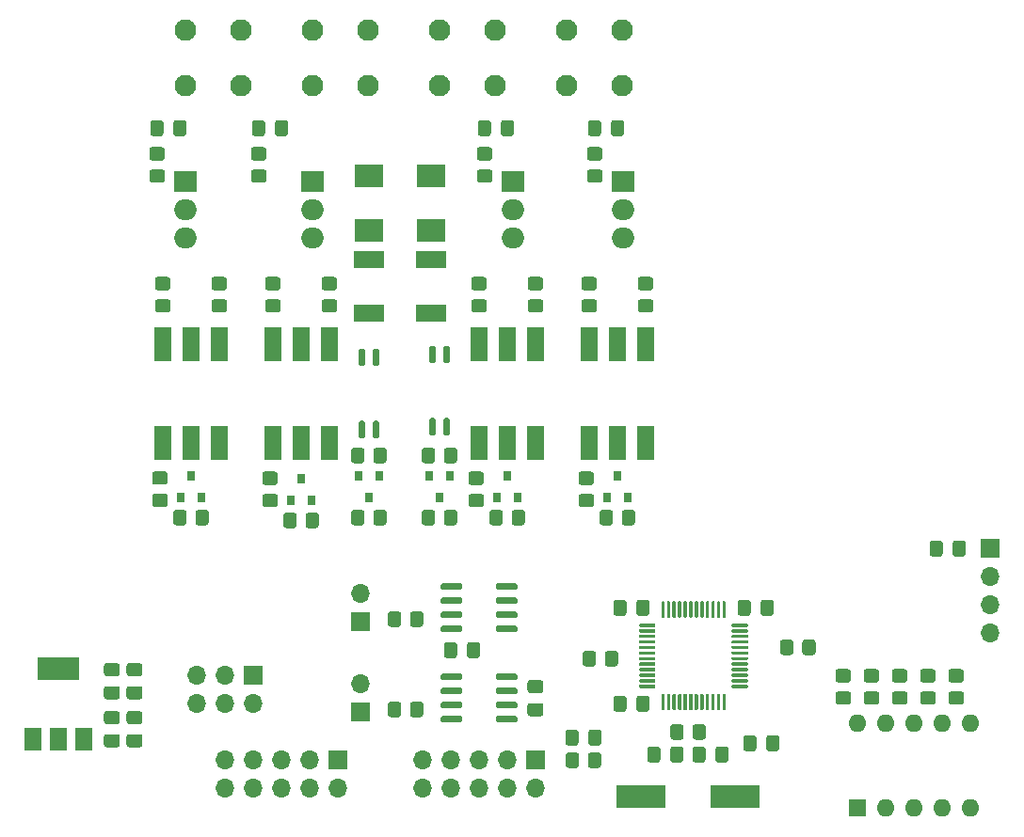
<source format=gbr>
%TF.GenerationSoftware,KiCad,Pcbnew,5.1.10-88a1d61d58~90~ubuntu20.04.1*%
%TF.CreationDate,2021-10-13T16:19:26+02:00*%
%TF.ProjectId,XT_V1,58545f56-312e-46b6-9963-61645f706362,rev?*%
%TF.SameCoordinates,Original*%
%TF.FileFunction,Soldermask,Top*%
%TF.FilePolarity,Negative*%
%FSLAX46Y46*%
G04 Gerber Fmt 4.6, Leading zero omitted, Abs format (unit mm)*
G04 Created by KiCad (PCBNEW 5.1.10-88a1d61d58~90~ubuntu20.04.1) date 2021-10-13 16:19:26*
%MOMM*%
%LPD*%
G01*
G04 APERTURE LIST*
%ADD10R,2.600000X2.100000*%
%ADD11R,1.600000X3.100000*%
%ADD12O,2.000000X1.905000*%
%ADD13R,2.000000X1.905000*%
%ADD14R,0.800000X0.900000*%
%ADD15R,2.700000X1.500000*%
%ADD16C,1.950000*%
%ADD17R,4.500000X2.000000*%
%ADD18R,1.500000X2.000000*%
%ADD19R,3.800000X2.000000*%
%ADD20O,1.600000X1.600000*%
%ADD21R,1.600000X1.600000*%
%ADD22O,1.700000X1.700000*%
%ADD23R,1.700000X1.700000*%
G04 APERTURE END LIST*
D10*
%TO.C,R34*%
X137414000Y-81608000D03*
X137414000Y-76708000D03*
%TD*%
%TO.C,R33*%
X131826000Y-81608000D03*
X131826000Y-76708000D03*
%TD*%
D11*
%TO.C,U10*%
X151638000Y-91821000D03*
X156718000Y-100711000D03*
X154178000Y-91821000D03*
X154178000Y-100711000D03*
X156718000Y-91821000D03*
X151638000Y-100711000D03*
%TD*%
%TO.C,U9*%
X141732000Y-91821000D03*
X146812000Y-100711000D03*
X144272000Y-91821000D03*
X144272000Y-100711000D03*
X146812000Y-91821000D03*
X141732000Y-100711000D03*
%TD*%
%TO.C,U8*%
G36*
G01*
X138673500Y-98462000D02*
X138948500Y-98462000D01*
G75*
G02*
X139086000Y-98599500I0J-137500D01*
G01*
X139086000Y-99924500D01*
G75*
G02*
X138948500Y-100062000I-137500J0D01*
G01*
X138673500Y-100062000D01*
G75*
G02*
X138536000Y-99924500I0J137500D01*
G01*
X138536000Y-98599500D01*
G75*
G02*
X138673500Y-98462000I137500J0D01*
G01*
G37*
G36*
G01*
X137403500Y-98462000D02*
X137678500Y-98462000D01*
G75*
G02*
X137816000Y-98599500I0J-137500D01*
G01*
X137816000Y-99924500D01*
G75*
G02*
X137678500Y-100062000I-137500J0D01*
G01*
X137403500Y-100062000D01*
G75*
G02*
X137266000Y-99924500I0J137500D01*
G01*
X137266000Y-98599500D01*
G75*
G02*
X137403500Y-98462000I137500J0D01*
G01*
G37*
G36*
G01*
X137403500Y-91962000D02*
X137678500Y-91962000D01*
G75*
G02*
X137816000Y-92099500I0J-137500D01*
G01*
X137816000Y-93424500D01*
G75*
G02*
X137678500Y-93562000I-137500J0D01*
G01*
X137403500Y-93562000D01*
G75*
G02*
X137266000Y-93424500I0J137500D01*
G01*
X137266000Y-92099500D01*
G75*
G02*
X137403500Y-91962000I137500J0D01*
G01*
G37*
G36*
G01*
X138673500Y-91962000D02*
X138948500Y-91962000D01*
G75*
G02*
X139086000Y-92099500I0J-137500D01*
G01*
X139086000Y-93424500D01*
G75*
G02*
X138948500Y-93562000I-137500J0D01*
G01*
X138673500Y-93562000D01*
G75*
G02*
X138536000Y-93424500I0J137500D01*
G01*
X138536000Y-92099500D01*
G75*
G02*
X138673500Y-91962000I137500J0D01*
G01*
G37*
%TD*%
%TO.C,U7*%
X123190000Y-91821000D03*
X128270000Y-100711000D03*
X125730000Y-91821000D03*
X125730000Y-100711000D03*
X128270000Y-91821000D03*
X123190000Y-100711000D03*
%TD*%
%TO.C,U6*%
G36*
G01*
X132323500Y-98716000D02*
X132598500Y-98716000D01*
G75*
G02*
X132736000Y-98853500I0J-137500D01*
G01*
X132736000Y-100178500D01*
G75*
G02*
X132598500Y-100316000I-137500J0D01*
G01*
X132323500Y-100316000D01*
G75*
G02*
X132186000Y-100178500I0J137500D01*
G01*
X132186000Y-98853500D01*
G75*
G02*
X132323500Y-98716000I137500J0D01*
G01*
G37*
G36*
G01*
X131053500Y-98716000D02*
X131328500Y-98716000D01*
G75*
G02*
X131466000Y-98853500I0J-137500D01*
G01*
X131466000Y-100178500D01*
G75*
G02*
X131328500Y-100316000I-137500J0D01*
G01*
X131053500Y-100316000D01*
G75*
G02*
X130916000Y-100178500I0J137500D01*
G01*
X130916000Y-98853500D01*
G75*
G02*
X131053500Y-98716000I137500J0D01*
G01*
G37*
G36*
G01*
X131053500Y-92216000D02*
X131328500Y-92216000D01*
G75*
G02*
X131466000Y-92353500I0J-137500D01*
G01*
X131466000Y-93678500D01*
G75*
G02*
X131328500Y-93816000I-137500J0D01*
G01*
X131053500Y-93816000D01*
G75*
G02*
X130916000Y-93678500I0J137500D01*
G01*
X130916000Y-92353500D01*
G75*
G02*
X131053500Y-92216000I137500J0D01*
G01*
G37*
G36*
G01*
X132323500Y-92216000D02*
X132598500Y-92216000D01*
G75*
G02*
X132736000Y-92353500I0J-137500D01*
G01*
X132736000Y-93678500D01*
G75*
G02*
X132598500Y-93816000I-137500J0D01*
G01*
X132323500Y-93816000D01*
G75*
G02*
X132186000Y-93678500I0J137500D01*
G01*
X132186000Y-92353500D01*
G75*
G02*
X132323500Y-92216000I137500J0D01*
G01*
G37*
%TD*%
%TO.C,U5*%
X113284000Y-91821000D03*
X118364000Y-100711000D03*
X115824000Y-91821000D03*
X115824000Y-100711000D03*
X118364000Y-91821000D03*
X113284000Y-100711000D03*
%TD*%
%TO.C,R37*%
G36*
G01*
X152596001Y-75292000D02*
X151695999Y-75292000D01*
G75*
G02*
X151446000Y-75042001I0J249999D01*
G01*
X151446000Y-74341999D01*
G75*
G02*
X151695999Y-74092000I249999J0D01*
G01*
X152596001Y-74092000D01*
G75*
G02*
X152846000Y-74341999I0J-249999D01*
G01*
X152846000Y-75042001D01*
G75*
G02*
X152596001Y-75292000I-249999J0D01*
G01*
G37*
G36*
G01*
X152596001Y-77292000D02*
X151695999Y-77292000D01*
G75*
G02*
X151446000Y-77042001I0J249999D01*
G01*
X151446000Y-76341999D01*
G75*
G02*
X151695999Y-76092000I249999J0D01*
G01*
X152596001Y-76092000D01*
G75*
G02*
X152846000Y-76341999I0J-249999D01*
G01*
X152846000Y-77042001D01*
G75*
G02*
X152596001Y-77292000I-249999J0D01*
G01*
G37*
%TD*%
%TO.C,R36*%
G36*
G01*
X142690001Y-75292000D02*
X141789999Y-75292000D01*
G75*
G02*
X141540000Y-75042001I0J249999D01*
G01*
X141540000Y-74341999D01*
G75*
G02*
X141789999Y-74092000I249999J0D01*
G01*
X142690001Y-74092000D01*
G75*
G02*
X142940000Y-74341999I0J-249999D01*
G01*
X142940000Y-75042001D01*
G75*
G02*
X142690001Y-75292000I-249999J0D01*
G01*
G37*
G36*
G01*
X142690001Y-77292000D02*
X141789999Y-77292000D01*
G75*
G02*
X141540000Y-77042001I0J249999D01*
G01*
X141540000Y-76341999D01*
G75*
G02*
X141789999Y-76092000I249999J0D01*
G01*
X142690001Y-76092000D01*
G75*
G02*
X142940000Y-76341999I0J-249999D01*
G01*
X142940000Y-77042001D01*
G75*
G02*
X142690001Y-77292000I-249999J0D01*
G01*
G37*
%TD*%
%TO.C,R35*%
G36*
G01*
X122370001Y-75292000D02*
X121469999Y-75292000D01*
G75*
G02*
X121220000Y-75042001I0J249999D01*
G01*
X121220000Y-74341999D01*
G75*
G02*
X121469999Y-74092000I249999J0D01*
G01*
X122370001Y-74092000D01*
G75*
G02*
X122620000Y-74341999I0J-249999D01*
G01*
X122620000Y-75042001D01*
G75*
G02*
X122370001Y-75292000I-249999J0D01*
G01*
G37*
G36*
G01*
X122370001Y-77292000D02*
X121469999Y-77292000D01*
G75*
G02*
X121220000Y-77042001I0J249999D01*
G01*
X121220000Y-76341999D01*
G75*
G02*
X121469999Y-76092000I249999J0D01*
G01*
X122370001Y-76092000D01*
G75*
G02*
X122620000Y-76341999I0J-249999D01*
G01*
X122620000Y-77042001D01*
G75*
G02*
X122370001Y-77292000I-249999J0D01*
G01*
G37*
%TD*%
%TO.C,R32*%
G36*
G01*
X156267999Y-87776000D02*
X157168001Y-87776000D01*
G75*
G02*
X157418000Y-88025999I0J-249999D01*
G01*
X157418000Y-88726001D01*
G75*
G02*
X157168001Y-88976000I-249999J0D01*
G01*
X156267999Y-88976000D01*
G75*
G02*
X156018000Y-88726001I0J249999D01*
G01*
X156018000Y-88025999D01*
G75*
G02*
X156267999Y-87776000I249999J0D01*
G01*
G37*
G36*
G01*
X156267999Y-85776000D02*
X157168001Y-85776000D01*
G75*
G02*
X157418000Y-86025999I0J-249999D01*
G01*
X157418000Y-86726001D01*
G75*
G02*
X157168001Y-86976000I-249999J0D01*
G01*
X156267999Y-86976000D01*
G75*
G02*
X156018000Y-86726001I0J249999D01*
G01*
X156018000Y-86025999D01*
G75*
G02*
X156267999Y-85776000I249999J0D01*
G01*
G37*
%TD*%
%TO.C,R31*%
G36*
G01*
X146361999Y-87776000D02*
X147262001Y-87776000D01*
G75*
G02*
X147512000Y-88025999I0J-249999D01*
G01*
X147512000Y-88726001D01*
G75*
G02*
X147262001Y-88976000I-249999J0D01*
G01*
X146361999Y-88976000D01*
G75*
G02*
X146112000Y-88726001I0J249999D01*
G01*
X146112000Y-88025999D01*
G75*
G02*
X146361999Y-87776000I249999J0D01*
G01*
G37*
G36*
G01*
X146361999Y-85776000D02*
X147262001Y-85776000D01*
G75*
G02*
X147512000Y-86025999I0J-249999D01*
G01*
X147512000Y-86726001D01*
G75*
G02*
X147262001Y-86976000I-249999J0D01*
G01*
X146361999Y-86976000D01*
G75*
G02*
X146112000Y-86726001I0J249999D01*
G01*
X146112000Y-86025999D01*
G75*
G02*
X146361999Y-85776000I249999J0D01*
G01*
G37*
%TD*%
%TO.C,R30*%
G36*
G01*
X127819999Y-87776000D02*
X128720001Y-87776000D01*
G75*
G02*
X128970000Y-88025999I0J-249999D01*
G01*
X128970000Y-88726001D01*
G75*
G02*
X128720001Y-88976000I-249999J0D01*
G01*
X127819999Y-88976000D01*
G75*
G02*
X127570000Y-88726001I0J249999D01*
G01*
X127570000Y-88025999D01*
G75*
G02*
X127819999Y-87776000I249999J0D01*
G01*
G37*
G36*
G01*
X127819999Y-85776000D02*
X128720001Y-85776000D01*
G75*
G02*
X128970000Y-86025999I0J-249999D01*
G01*
X128970000Y-86726001D01*
G75*
G02*
X128720001Y-86976000I-249999J0D01*
G01*
X127819999Y-86976000D01*
G75*
G02*
X127570000Y-86726001I0J249999D01*
G01*
X127570000Y-86025999D01*
G75*
G02*
X127819999Y-85776000I249999J0D01*
G01*
G37*
%TD*%
%TO.C,R29*%
G36*
G01*
X113226001Y-75292000D02*
X112325999Y-75292000D01*
G75*
G02*
X112076000Y-75042001I0J249999D01*
G01*
X112076000Y-74341999D01*
G75*
G02*
X112325999Y-74092000I249999J0D01*
G01*
X113226001Y-74092000D01*
G75*
G02*
X113476000Y-74341999I0J-249999D01*
G01*
X113476000Y-75042001D01*
G75*
G02*
X113226001Y-75292000I-249999J0D01*
G01*
G37*
G36*
G01*
X113226001Y-77292000D02*
X112325999Y-77292000D01*
G75*
G02*
X112076000Y-77042001I0J249999D01*
G01*
X112076000Y-76341999D01*
G75*
G02*
X112325999Y-76092000I249999J0D01*
G01*
X113226001Y-76092000D01*
G75*
G02*
X113476000Y-76341999I0J-249999D01*
G01*
X113476000Y-77042001D01*
G75*
G02*
X113226001Y-77292000I-249999J0D01*
G01*
G37*
%TD*%
%TO.C,R28*%
G36*
G01*
X151187999Y-87776000D02*
X152088001Y-87776000D01*
G75*
G02*
X152338000Y-88025999I0J-249999D01*
G01*
X152338000Y-88726001D01*
G75*
G02*
X152088001Y-88976000I-249999J0D01*
G01*
X151187999Y-88976000D01*
G75*
G02*
X150938000Y-88726001I0J249999D01*
G01*
X150938000Y-88025999D01*
G75*
G02*
X151187999Y-87776000I249999J0D01*
G01*
G37*
G36*
G01*
X151187999Y-85776000D02*
X152088001Y-85776000D01*
G75*
G02*
X152338000Y-86025999I0J-249999D01*
G01*
X152338000Y-86726001D01*
G75*
G02*
X152088001Y-86976000I-249999J0D01*
G01*
X151187999Y-86976000D01*
G75*
G02*
X150938000Y-86726001I0J249999D01*
G01*
X150938000Y-86025999D01*
G75*
G02*
X151187999Y-85776000I249999J0D01*
G01*
G37*
%TD*%
%TO.C,R27*%
G36*
G01*
X141281999Y-87776000D02*
X142182001Y-87776000D01*
G75*
G02*
X142432000Y-88025999I0J-249999D01*
G01*
X142432000Y-88726001D01*
G75*
G02*
X142182001Y-88976000I-249999J0D01*
G01*
X141281999Y-88976000D01*
G75*
G02*
X141032000Y-88726001I0J249999D01*
G01*
X141032000Y-88025999D01*
G75*
G02*
X141281999Y-87776000I249999J0D01*
G01*
G37*
G36*
G01*
X141281999Y-85776000D02*
X142182001Y-85776000D01*
G75*
G02*
X142432000Y-86025999I0J-249999D01*
G01*
X142432000Y-86726001D01*
G75*
G02*
X142182001Y-86976000I-249999J0D01*
G01*
X141281999Y-86976000D01*
G75*
G02*
X141032000Y-86726001I0J249999D01*
G01*
X141032000Y-86025999D01*
G75*
G02*
X141281999Y-85776000I249999J0D01*
G01*
G37*
%TD*%
%TO.C,R26*%
G36*
G01*
X122739999Y-87776000D02*
X123640001Y-87776000D01*
G75*
G02*
X123890000Y-88025999I0J-249999D01*
G01*
X123890000Y-88726001D01*
G75*
G02*
X123640001Y-88976000I-249999J0D01*
G01*
X122739999Y-88976000D01*
G75*
G02*
X122490000Y-88726001I0J249999D01*
G01*
X122490000Y-88025999D01*
G75*
G02*
X122739999Y-87776000I249999J0D01*
G01*
G37*
G36*
G01*
X122739999Y-85776000D02*
X123640001Y-85776000D01*
G75*
G02*
X123890000Y-86025999I0J-249999D01*
G01*
X123890000Y-86726001D01*
G75*
G02*
X123640001Y-86976000I-249999J0D01*
G01*
X122739999Y-86976000D01*
G75*
G02*
X122490000Y-86726001I0J249999D01*
G01*
X122490000Y-86025999D01*
G75*
G02*
X122739999Y-85776000I249999J0D01*
G01*
G37*
%TD*%
%TO.C,R25*%
G36*
G01*
X117913999Y-87776000D02*
X118814001Y-87776000D01*
G75*
G02*
X119064000Y-88025999I0J-249999D01*
G01*
X119064000Y-88726001D01*
G75*
G02*
X118814001Y-88976000I-249999J0D01*
G01*
X117913999Y-88976000D01*
G75*
G02*
X117664000Y-88726001I0J249999D01*
G01*
X117664000Y-88025999D01*
G75*
G02*
X117913999Y-87776000I249999J0D01*
G01*
G37*
G36*
G01*
X117913999Y-85776000D02*
X118814001Y-85776000D01*
G75*
G02*
X119064000Y-86025999I0J-249999D01*
G01*
X119064000Y-86726001D01*
G75*
G02*
X118814001Y-86976000I-249999J0D01*
G01*
X117913999Y-86976000D01*
G75*
G02*
X117664000Y-86726001I0J249999D01*
G01*
X117664000Y-86025999D01*
G75*
G02*
X117913999Y-85776000I249999J0D01*
G01*
G37*
%TD*%
%TO.C,R24*%
G36*
G01*
X138576000Y-102304001D02*
X138576000Y-101403999D01*
G75*
G02*
X138825999Y-101154000I249999J0D01*
G01*
X139526001Y-101154000D01*
G75*
G02*
X139776000Y-101403999I0J-249999D01*
G01*
X139776000Y-102304001D01*
G75*
G02*
X139526001Y-102554000I-249999J0D01*
G01*
X138825999Y-102554000D01*
G75*
G02*
X138576000Y-102304001I0J249999D01*
G01*
G37*
G36*
G01*
X136576000Y-102304001D02*
X136576000Y-101403999D01*
G75*
G02*
X136825999Y-101154000I249999J0D01*
G01*
X137526001Y-101154000D01*
G75*
G02*
X137776000Y-101403999I0J-249999D01*
G01*
X137776000Y-102304001D01*
G75*
G02*
X137526001Y-102554000I-249999J0D01*
G01*
X136825999Y-102554000D01*
G75*
G02*
X136576000Y-102304001I0J249999D01*
G01*
G37*
%TD*%
%TO.C,R23*%
G36*
G01*
X132226000Y-102304001D02*
X132226000Y-101403999D01*
G75*
G02*
X132475999Y-101154000I249999J0D01*
G01*
X133176001Y-101154000D01*
G75*
G02*
X133426000Y-101403999I0J-249999D01*
G01*
X133426000Y-102304001D01*
G75*
G02*
X133176001Y-102554000I-249999J0D01*
G01*
X132475999Y-102554000D01*
G75*
G02*
X132226000Y-102304001I0J249999D01*
G01*
G37*
G36*
G01*
X130226000Y-102304001D02*
X130226000Y-101403999D01*
G75*
G02*
X130475999Y-101154000I249999J0D01*
G01*
X131176001Y-101154000D01*
G75*
G02*
X131426000Y-101403999I0J-249999D01*
G01*
X131426000Y-102304001D01*
G75*
G02*
X131176001Y-102554000I-249999J0D01*
G01*
X130475999Y-102554000D01*
G75*
G02*
X130226000Y-102304001I0J249999D01*
G01*
G37*
%TD*%
%TO.C,R22*%
G36*
G01*
X150933999Y-105302000D02*
X151834001Y-105302000D01*
G75*
G02*
X152084000Y-105551999I0J-249999D01*
G01*
X152084000Y-106252001D01*
G75*
G02*
X151834001Y-106502000I-249999J0D01*
G01*
X150933999Y-106502000D01*
G75*
G02*
X150684000Y-106252001I0J249999D01*
G01*
X150684000Y-105551999D01*
G75*
G02*
X150933999Y-105302000I249999J0D01*
G01*
G37*
G36*
G01*
X150933999Y-103302000D02*
X151834001Y-103302000D01*
G75*
G02*
X152084000Y-103551999I0J-249999D01*
G01*
X152084000Y-104252001D01*
G75*
G02*
X151834001Y-104502000I-249999J0D01*
G01*
X150933999Y-104502000D01*
G75*
G02*
X150684000Y-104252001I0J249999D01*
G01*
X150684000Y-103551999D01*
G75*
G02*
X150933999Y-103302000I249999J0D01*
G01*
G37*
%TD*%
%TO.C,R21*%
G36*
G01*
X112833999Y-87776000D02*
X113734001Y-87776000D01*
G75*
G02*
X113984000Y-88025999I0J-249999D01*
G01*
X113984000Y-88726001D01*
G75*
G02*
X113734001Y-88976000I-249999J0D01*
G01*
X112833999Y-88976000D01*
G75*
G02*
X112584000Y-88726001I0J249999D01*
G01*
X112584000Y-88025999D01*
G75*
G02*
X112833999Y-87776000I249999J0D01*
G01*
G37*
G36*
G01*
X112833999Y-85776000D02*
X113734001Y-85776000D01*
G75*
G02*
X113984000Y-86025999I0J-249999D01*
G01*
X113984000Y-86726001D01*
G75*
G02*
X113734001Y-86976000I-249999J0D01*
G01*
X112833999Y-86976000D01*
G75*
G02*
X112584000Y-86726001I0J249999D01*
G01*
X112584000Y-86025999D01*
G75*
G02*
X112833999Y-85776000I249999J0D01*
G01*
G37*
%TD*%
%TO.C,R20*%
G36*
G01*
X141027999Y-105302000D02*
X141928001Y-105302000D01*
G75*
G02*
X142178000Y-105551999I0J-249999D01*
G01*
X142178000Y-106252001D01*
G75*
G02*
X141928001Y-106502000I-249999J0D01*
G01*
X141027999Y-106502000D01*
G75*
G02*
X140778000Y-106252001I0J249999D01*
G01*
X140778000Y-105551999D01*
G75*
G02*
X141027999Y-105302000I249999J0D01*
G01*
G37*
G36*
G01*
X141027999Y-103302000D02*
X141928001Y-103302000D01*
G75*
G02*
X142178000Y-103551999I0J-249999D01*
G01*
X142178000Y-104252001D01*
G75*
G02*
X141928001Y-104502000I-249999J0D01*
G01*
X141027999Y-104502000D01*
G75*
G02*
X140778000Y-104252001I0J249999D01*
G01*
X140778000Y-103551999D01*
G75*
G02*
X141027999Y-103302000I249999J0D01*
G01*
G37*
%TD*%
%TO.C,R19*%
G36*
G01*
X122485999Y-105302000D02*
X123386001Y-105302000D01*
G75*
G02*
X123636000Y-105551999I0J-249999D01*
G01*
X123636000Y-106252001D01*
G75*
G02*
X123386001Y-106502000I-249999J0D01*
G01*
X122485999Y-106502000D01*
G75*
G02*
X122236000Y-106252001I0J249999D01*
G01*
X122236000Y-105551999D01*
G75*
G02*
X122485999Y-105302000I249999J0D01*
G01*
G37*
G36*
G01*
X122485999Y-103302000D02*
X123386001Y-103302000D01*
G75*
G02*
X123636000Y-103551999I0J-249999D01*
G01*
X123636000Y-104252001D01*
G75*
G02*
X123386001Y-104502000I-249999J0D01*
G01*
X122485999Y-104502000D01*
G75*
G02*
X122236000Y-104252001I0J249999D01*
G01*
X122236000Y-103551999D01*
G75*
G02*
X122485999Y-103302000I249999J0D01*
G01*
G37*
%TD*%
%TO.C,R18*%
G36*
G01*
X154578000Y-107892001D02*
X154578000Y-106991999D01*
G75*
G02*
X154827999Y-106742000I249999J0D01*
G01*
X155528001Y-106742000D01*
G75*
G02*
X155778000Y-106991999I0J-249999D01*
G01*
X155778000Y-107892001D01*
G75*
G02*
X155528001Y-108142000I-249999J0D01*
G01*
X154827999Y-108142000D01*
G75*
G02*
X154578000Y-107892001I0J249999D01*
G01*
G37*
G36*
G01*
X152578000Y-107892001D02*
X152578000Y-106991999D01*
G75*
G02*
X152827999Y-106742000I249999J0D01*
G01*
X153528001Y-106742000D01*
G75*
G02*
X153778000Y-106991999I0J-249999D01*
G01*
X153778000Y-107892001D01*
G75*
G02*
X153528001Y-108142000I-249999J0D01*
G01*
X152827999Y-108142000D01*
G75*
G02*
X152578000Y-107892001I0J249999D01*
G01*
G37*
%TD*%
%TO.C,R17*%
G36*
G01*
X144672000Y-107892001D02*
X144672000Y-106991999D01*
G75*
G02*
X144921999Y-106742000I249999J0D01*
G01*
X145622001Y-106742000D01*
G75*
G02*
X145872000Y-106991999I0J-249999D01*
G01*
X145872000Y-107892001D01*
G75*
G02*
X145622001Y-108142000I-249999J0D01*
G01*
X144921999Y-108142000D01*
G75*
G02*
X144672000Y-107892001I0J249999D01*
G01*
G37*
G36*
G01*
X142672000Y-107892001D02*
X142672000Y-106991999D01*
G75*
G02*
X142921999Y-106742000I249999J0D01*
G01*
X143622001Y-106742000D01*
G75*
G02*
X143872000Y-106991999I0J-249999D01*
G01*
X143872000Y-107892001D01*
G75*
G02*
X143622001Y-108142000I-249999J0D01*
G01*
X142921999Y-108142000D01*
G75*
G02*
X142672000Y-107892001I0J249999D01*
G01*
G37*
%TD*%
%TO.C,R16*%
G36*
G01*
X112579999Y-105286000D02*
X113480001Y-105286000D01*
G75*
G02*
X113730000Y-105535999I0J-249999D01*
G01*
X113730000Y-106236001D01*
G75*
G02*
X113480001Y-106486000I-249999J0D01*
G01*
X112579999Y-106486000D01*
G75*
G02*
X112330000Y-106236001I0J249999D01*
G01*
X112330000Y-105535999D01*
G75*
G02*
X112579999Y-105286000I249999J0D01*
G01*
G37*
G36*
G01*
X112579999Y-103286000D02*
X113480001Y-103286000D01*
G75*
G02*
X113730000Y-103535999I0J-249999D01*
G01*
X113730000Y-104236001D01*
G75*
G02*
X113480001Y-104486000I-249999J0D01*
G01*
X112579999Y-104486000D01*
G75*
G02*
X112330000Y-104236001I0J249999D01*
G01*
X112330000Y-103535999D01*
G75*
G02*
X112579999Y-103286000I249999J0D01*
G01*
G37*
%TD*%
%TO.C,R15*%
G36*
G01*
X126130000Y-108146001D02*
X126130000Y-107245999D01*
G75*
G02*
X126379999Y-106996000I249999J0D01*
G01*
X127080001Y-106996000D01*
G75*
G02*
X127330000Y-107245999I0J-249999D01*
G01*
X127330000Y-108146001D01*
G75*
G02*
X127080001Y-108396000I-249999J0D01*
G01*
X126379999Y-108396000D01*
G75*
G02*
X126130000Y-108146001I0J249999D01*
G01*
G37*
G36*
G01*
X124130000Y-108146001D02*
X124130000Y-107245999D01*
G75*
G02*
X124379999Y-106996000I249999J0D01*
G01*
X125080001Y-106996000D01*
G75*
G02*
X125330000Y-107245999I0J-249999D01*
G01*
X125330000Y-108146001D01*
G75*
G02*
X125080001Y-108396000I-249999J0D01*
G01*
X124379999Y-108396000D01*
G75*
G02*
X124130000Y-108146001I0J249999D01*
G01*
G37*
%TD*%
%TO.C,R14*%
G36*
G01*
X138576000Y-107892001D02*
X138576000Y-106991999D01*
G75*
G02*
X138825999Y-106742000I249999J0D01*
G01*
X139526001Y-106742000D01*
G75*
G02*
X139776000Y-106991999I0J-249999D01*
G01*
X139776000Y-107892001D01*
G75*
G02*
X139526001Y-108142000I-249999J0D01*
G01*
X138825999Y-108142000D01*
G75*
G02*
X138576000Y-107892001I0J249999D01*
G01*
G37*
G36*
G01*
X136576000Y-107892001D02*
X136576000Y-106991999D01*
G75*
G02*
X136825999Y-106742000I249999J0D01*
G01*
X137526001Y-106742000D01*
G75*
G02*
X137776000Y-106991999I0J-249999D01*
G01*
X137776000Y-107892001D01*
G75*
G02*
X137526001Y-108142000I-249999J0D01*
G01*
X136825999Y-108142000D01*
G75*
G02*
X136576000Y-107892001I0J249999D01*
G01*
G37*
%TD*%
%TO.C,R13*%
G36*
G01*
X132226000Y-107892001D02*
X132226000Y-106991999D01*
G75*
G02*
X132475999Y-106742000I249999J0D01*
G01*
X133176001Y-106742000D01*
G75*
G02*
X133426000Y-106991999I0J-249999D01*
G01*
X133426000Y-107892001D01*
G75*
G02*
X133176001Y-108142000I-249999J0D01*
G01*
X132475999Y-108142000D01*
G75*
G02*
X132226000Y-107892001I0J249999D01*
G01*
G37*
G36*
G01*
X130226000Y-107892001D02*
X130226000Y-106991999D01*
G75*
G02*
X130475999Y-106742000I249999J0D01*
G01*
X131176001Y-106742000D01*
G75*
G02*
X131426000Y-106991999I0J-249999D01*
G01*
X131426000Y-107892001D01*
G75*
G02*
X131176001Y-108142000I-249999J0D01*
G01*
X130475999Y-108142000D01*
G75*
G02*
X130226000Y-107892001I0J249999D01*
G01*
G37*
%TD*%
%TO.C,R12*%
G36*
G01*
X116224000Y-107892001D02*
X116224000Y-106991999D01*
G75*
G02*
X116473999Y-106742000I249999J0D01*
G01*
X117174001Y-106742000D01*
G75*
G02*
X117424000Y-106991999I0J-249999D01*
G01*
X117424000Y-107892001D01*
G75*
G02*
X117174001Y-108142000I-249999J0D01*
G01*
X116473999Y-108142000D01*
G75*
G02*
X116224000Y-107892001I0J249999D01*
G01*
G37*
G36*
G01*
X114224000Y-107892001D02*
X114224000Y-106991999D01*
G75*
G02*
X114473999Y-106742000I249999J0D01*
G01*
X115174001Y-106742000D01*
G75*
G02*
X115424000Y-106991999I0J-249999D01*
G01*
X115424000Y-107892001D01*
G75*
G02*
X115174001Y-108142000I-249999J0D01*
G01*
X114473999Y-108142000D01*
G75*
G02*
X114224000Y-107892001I0J249999D01*
G01*
G37*
%TD*%
D12*
%TO.C,Q10*%
X154686000Y-82296000D03*
X154686000Y-79756000D03*
D13*
X154686000Y-77216000D03*
%TD*%
D12*
%TO.C,Q9*%
X144780000Y-82296000D03*
X144780000Y-79756000D03*
D13*
X144780000Y-77216000D03*
%TD*%
D12*
%TO.C,Q8*%
X126746000Y-82296000D03*
X126746000Y-79756000D03*
D13*
X126746000Y-77216000D03*
%TD*%
D14*
%TO.C,Q7*%
X154178000Y-103648000D03*
X155128000Y-105648000D03*
X153228000Y-105648000D03*
%TD*%
D12*
%TO.C,Q6*%
X115316000Y-82296000D03*
X115316000Y-79756000D03*
D13*
X115316000Y-77216000D03*
%TD*%
D14*
%TO.C,Q5*%
X144272000Y-103648000D03*
X145222000Y-105648000D03*
X143322000Y-105648000D03*
%TD*%
%TO.C,Q4*%
X125730000Y-103902000D03*
X126680000Y-105902000D03*
X124780000Y-105902000D03*
%TD*%
%TO.C,Q3*%
X138176000Y-105648000D03*
X137226000Y-103648000D03*
X139126000Y-103648000D03*
%TD*%
%TO.C,Q2*%
X131826000Y-105648000D03*
X130876000Y-103648000D03*
X132776000Y-103648000D03*
%TD*%
%TO.C,Q1*%
X115824000Y-103648000D03*
X116774000Y-105648000D03*
X114874000Y-105648000D03*
%TD*%
D15*
%TO.C,D2*%
X137414000Y-89014000D03*
X137414000Y-84214000D03*
%TD*%
%TO.C,D1*%
X131826000Y-89014000D03*
X131826000Y-84214000D03*
%TD*%
%TO.C,C18*%
G36*
G01*
X153612000Y-72865000D02*
X153612000Y-71915000D01*
G75*
G02*
X153862000Y-71665000I250000J0D01*
G01*
X154537000Y-71665000D01*
G75*
G02*
X154787000Y-71915000I0J-250000D01*
G01*
X154787000Y-72865000D01*
G75*
G02*
X154537000Y-73115000I-250000J0D01*
G01*
X153862000Y-73115000D01*
G75*
G02*
X153612000Y-72865000I0J250000D01*
G01*
G37*
G36*
G01*
X151537000Y-72865000D02*
X151537000Y-71915000D01*
G75*
G02*
X151787000Y-71665000I250000J0D01*
G01*
X152462000Y-71665000D01*
G75*
G02*
X152712000Y-71915000I0J-250000D01*
G01*
X152712000Y-72865000D01*
G75*
G02*
X152462000Y-73115000I-250000J0D01*
G01*
X151787000Y-73115000D01*
G75*
G02*
X151537000Y-72865000I0J250000D01*
G01*
G37*
%TD*%
%TO.C,C17*%
G36*
G01*
X143706000Y-72865000D02*
X143706000Y-71915000D01*
G75*
G02*
X143956000Y-71665000I250000J0D01*
G01*
X144631000Y-71665000D01*
G75*
G02*
X144881000Y-71915000I0J-250000D01*
G01*
X144881000Y-72865000D01*
G75*
G02*
X144631000Y-73115000I-250000J0D01*
G01*
X143956000Y-73115000D01*
G75*
G02*
X143706000Y-72865000I0J250000D01*
G01*
G37*
G36*
G01*
X141631000Y-72865000D02*
X141631000Y-71915000D01*
G75*
G02*
X141881000Y-71665000I250000J0D01*
G01*
X142556000Y-71665000D01*
G75*
G02*
X142806000Y-71915000I0J-250000D01*
G01*
X142806000Y-72865000D01*
G75*
G02*
X142556000Y-73115000I-250000J0D01*
G01*
X141881000Y-73115000D01*
G75*
G02*
X141631000Y-72865000I0J250000D01*
G01*
G37*
%TD*%
%TO.C,C16*%
G36*
G01*
X114242000Y-72865000D02*
X114242000Y-71915000D01*
G75*
G02*
X114492000Y-71665000I250000J0D01*
G01*
X115167000Y-71665000D01*
G75*
G02*
X115417000Y-71915000I0J-250000D01*
G01*
X115417000Y-72865000D01*
G75*
G02*
X115167000Y-73115000I-250000J0D01*
G01*
X114492000Y-73115000D01*
G75*
G02*
X114242000Y-72865000I0J250000D01*
G01*
G37*
G36*
G01*
X112167000Y-72865000D02*
X112167000Y-71915000D01*
G75*
G02*
X112417000Y-71665000I250000J0D01*
G01*
X113092000Y-71665000D01*
G75*
G02*
X113342000Y-71915000I0J-250000D01*
G01*
X113342000Y-72865000D01*
G75*
G02*
X113092000Y-73115000I-250000J0D01*
G01*
X112417000Y-73115000D01*
G75*
G02*
X112167000Y-72865000I0J250000D01*
G01*
G37*
%TD*%
%TO.C,C15*%
G36*
G01*
X123386000Y-72865000D02*
X123386000Y-71915000D01*
G75*
G02*
X123636000Y-71665000I250000J0D01*
G01*
X124311000Y-71665000D01*
G75*
G02*
X124561000Y-71915000I0J-250000D01*
G01*
X124561000Y-72865000D01*
G75*
G02*
X124311000Y-73115000I-250000J0D01*
G01*
X123636000Y-73115000D01*
G75*
G02*
X123386000Y-72865000I0J250000D01*
G01*
G37*
G36*
G01*
X121311000Y-72865000D02*
X121311000Y-71915000D01*
G75*
G02*
X121561000Y-71665000I250000J0D01*
G01*
X122236000Y-71665000D01*
G75*
G02*
X122486000Y-71915000I0J-250000D01*
G01*
X122486000Y-72865000D01*
G75*
G02*
X122236000Y-73115000I-250000J0D01*
G01*
X121561000Y-73115000D01*
G75*
G02*
X121311000Y-72865000I0J250000D01*
G01*
G37*
%TD*%
D16*
%TO.C,J10*%
X154606000Y-63580000D03*
X154606000Y-68580000D03*
X149606000Y-63580000D03*
X149606000Y-68580000D03*
%TD*%
%TO.C,J9*%
X143176000Y-63580000D03*
X143176000Y-68580000D03*
X138176000Y-63580000D03*
X138176000Y-68580000D03*
%TD*%
%TO.C,J8*%
X120316000Y-63580000D03*
X120316000Y-68580000D03*
X115316000Y-63580000D03*
X115316000Y-68580000D03*
%TD*%
%TO.C,J7*%
X131746000Y-63580000D03*
X131746000Y-68580000D03*
X126746000Y-63580000D03*
X126746000Y-68580000D03*
%TD*%
D17*
%TO.C,Y1*%
X164778000Y-132588000D03*
X156278000Y-132588000D03*
%TD*%
D18*
%TO.C,U4*%
X101586000Y-127356000D03*
X106186000Y-127356000D03*
X103886000Y-127356000D03*
D19*
X103886000Y-121056000D03*
%TD*%
%TO.C,U3*%
G36*
G01*
X157536000Y-122788000D02*
X156211000Y-122788000D01*
G75*
G02*
X156136000Y-122713000I0J75000D01*
G01*
X156136000Y-122563000D01*
G75*
G02*
X156211000Y-122488000I75000J0D01*
G01*
X157536000Y-122488000D01*
G75*
G02*
X157611000Y-122563000I0J-75000D01*
G01*
X157611000Y-122713000D01*
G75*
G02*
X157536000Y-122788000I-75000J0D01*
G01*
G37*
G36*
G01*
X157536000Y-122288000D02*
X156211000Y-122288000D01*
G75*
G02*
X156136000Y-122213000I0J75000D01*
G01*
X156136000Y-122063000D01*
G75*
G02*
X156211000Y-121988000I75000J0D01*
G01*
X157536000Y-121988000D01*
G75*
G02*
X157611000Y-122063000I0J-75000D01*
G01*
X157611000Y-122213000D01*
G75*
G02*
X157536000Y-122288000I-75000J0D01*
G01*
G37*
G36*
G01*
X157536000Y-121788000D02*
X156211000Y-121788000D01*
G75*
G02*
X156136000Y-121713000I0J75000D01*
G01*
X156136000Y-121563000D01*
G75*
G02*
X156211000Y-121488000I75000J0D01*
G01*
X157536000Y-121488000D01*
G75*
G02*
X157611000Y-121563000I0J-75000D01*
G01*
X157611000Y-121713000D01*
G75*
G02*
X157536000Y-121788000I-75000J0D01*
G01*
G37*
G36*
G01*
X157536000Y-121288000D02*
X156211000Y-121288000D01*
G75*
G02*
X156136000Y-121213000I0J75000D01*
G01*
X156136000Y-121063000D01*
G75*
G02*
X156211000Y-120988000I75000J0D01*
G01*
X157536000Y-120988000D01*
G75*
G02*
X157611000Y-121063000I0J-75000D01*
G01*
X157611000Y-121213000D01*
G75*
G02*
X157536000Y-121288000I-75000J0D01*
G01*
G37*
G36*
G01*
X157536000Y-120788000D02*
X156211000Y-120788000D01*
G75*
G02*
X156136000Y-120713000I0J75000D01*
G01*
X156136000Y-120563000D01*
G75*
G02*
X156211000Y-120488000I75000J0D01*
G01*
X157536000Y-120488000D01*
G75*
G02*
X157611000Y-120563000I0J-75000D01*
G01*
X157611000Y-120713000D01*
G75*
G02*
X157536000Y-120788000I-75000J0D01*
G01*
G37*
G36*
G01*
X157536000Y-120288000D02*
X156211000Y-120288000D01*
G75*
G02*
X156136000Y-120213000I0J75000D01*
G01*
X156136000Y-120063000D01*
G75*
G02*
X156211000Y-119988000I75000J0D01*
G01*
X157536000Y-119988000D01*
G75*
G02*
X157611000Y-120063000I0J-75000D01*
G01*
X157611000Y-120213000D01*
G75*
G02*
X157536000Y-120288000I-75000J0D01*
G01*
G37*
G36*
G01*
X157536000Y-119788000D02*
X156211000Y-119788000D01*
G75*
G02*
X156136000Y-119713000I0J75000D01*
G01*
X156136000Y-119563000D01*
G75*
G02*
X156211000Y-119488000I75000J0D01*
G01*
X157536000Y-119488000D01*
G75*
G02*
X157611000Y-119563000I0J-75000D01*
G01*
X157611000Y-119713000D01*
G75*
G02*
X157536000Y-119788000I-75000J0D01*
G01*
G37*
G36*
G01*
X157536000Y-119288000D02*
X156211000Y-119288000D01*
G75*
G02*
X156136000Y-119213000I0J75000D01*
G01*
X156136000Y-119063000D01*
G75*
G02*
X156211000Y-118988000I75000J0D01*
G01*
X157536000Y-118988000D01*
G75*
G02*
X157611000Y-119063000I0J-75000D01*
G01*
X157611000Y-119213000D01*
G75*
G02*
X157536000Y-119288000I-75000J0D01*
G01*
G37*
G36*
G01*
X157536000Y-118788000D02*
X156211000Y-118788000D01*
G75*
G02*
X156136000Y-118713000I0J75000D01*
G01*
X156136000Y-118563000D01*
G75*
G02*
X156211000Y-118488000I75000J0D01*
G01*
X157536000Y-118488000D01*
G75*
G02*
X157611000Y-118563000I0J-75000D01*
G01*
X157611000Y-118713000D01*
G75*
G02*
X157536000Y-118788000I-75000J0D01*
G01*
G37*
G36*
G01*
X157536000Y-118288000D02*
X156211000Y-118288000D01*
G75*
G02*
X156136000Y-118213000I0J75000D01*
G01*
X156136000Y-118063000D01*
G75*
G02*
X156211000Y-117988000I75000J0D01*
G01*
X157536000Y-117988000D01*
G75*
G02*
X157611000Y-118063000I0J-75000D01*
G01*
X157611000Y-118213000D01*
G75*
G02*
X157536000Y-118288000I-75000J0D01*
G01*
G37*
G36*
G01*
X157536000Y-117788000D02*
X156211000Y-117788000D01*
G75*
G02*
X156136000Y-117713000I0J75000D01*
G01*
X156136000Y-117563000D01*
G75*
G02*
X156211000Y-117488000I75000J0D01*
G01*
X157536000Y-117488000D01*
G75*
G02*
X157611000Y-117563000I0J-75000D01*
G01*
X157611000Y-117713000D01*
G75*
G02*
X157536000Y-117788000I-75000J0D01*
G01*
G37*
G36*
G01*
X157536000Y-117288000D02*
X156211000Y-117288000D01*
G75*
G02*
X156136000Y-117213000I0J75000D01*
G01*
X156136000Y-117063000D01*
G75*
G02*
X156211000Y-116988000I75000J0D01*
G01*
X157536000Y-116988000D01*
G75*
G02*
X157611000Y-117063000I0J-75000D01*
G01*
X157611000Y-117213000D01*
G75*
G02*
X157536000Y-117288000I-75000J0D01*
G01*
G37*
G36*
G01*
X158361000Y-116463000D02*
X158211000Y-116463000D01*
G75*
G02*
X158136000Y-116388000I0J75000D01*
G01*
X158136000Y-115063000D01*
G75*
G02*
X158211000Y-114988000I75000J0D01*
G01*
X158361000Y-114988000D01*
G75*
G02*
X158436000Y-115063000I0J-75000D01*
G01*
X158436000Y-116388000D01*
G75*
G02*
X158361000Y-116463000I-75000J0D01*
G01*
G37*
G36*
G01*
X158861000Y-116463000D02*
X158711000Y-116463000D01*
G75*
G02*
X158636000Y-116388000I0J75000D01*
G01*
X158636000Y-115063000D01*
G75*
G02*
X158711000Y-114988000I75000J0D01*
G01*
X158861000Y-114988000D01*
G75*
G02*
X158936000Y-115063000I0J-75000D01*
G01*
X158936000Y-116388000D01*
G75*
G02*
X158861000Y-116463000I-75000J0D01*
G01*
G37*
G36*
G01*
X159361000Y-116463000D02*
X159211000Y-116463000D01*
G75*
G02*
X159136000Y-116388000I0J75000D01*
G01*
X159136000Y-115063000D01*
G75*
G02*
X159211000Y-114988000I75000J0D01*
G01*
X159361000Y-114988000D01*
G75*
G02*
X159436000Y-115063000I0J-75000D01*
G01*
X159436000Y-116388000D01*
G75*
G02*
X159361000Y-116463000I-75000J0D01*
G01*
G37*
G36*
G01*
X159861000Y-116463000D02*
X159711000Y-116463000D01*
G75*
G02*
X159636000Y-116388000I0J75000D01*
G01*
X159636000Y-115063000D01*
G75*
G02*
X159711000Y-114988000I75000J0D01*
G01*
X159861000Y-114988000D01*
G75*
G02*
X159936000Y-115063000I0J-75000D01*
G01*
X159936000Y-116388000D01*
G75*
G02*
X159861000Y-116463000I-75000J0D01*
G01*
G37*
G36*
G01*
X160361000Y-116463000D02*
X160211000Y-116463000D01*
G75*
G02*
X160136000Y-116388000I0J75000D01*
G01*
X160136000Y-115063000D01*
G75*
G02*
X160211000Y-114988000I75000J0D01*
G01*
X160361000Y-114988000D01*
G75*
G02*
X160436000Y-115063000I0J-75000D01*
G01*
X160436000Y-116388000D01*
G75*
G02*
X160361000Y-116463000I-75000J0D01*
G01*
G37*
G36*
G01*
X160861000Y-116463000D02*
X160711000Y-116463000D01*
G75*
G02*
X160636000Y-116388000I0J75000D01*
G01*
X160636000Y-115063000D01*
G75*
G02*
X160711000Y-114988000I75000J0D01*
G01*
X160861000Y-114988000D01*
G75*
G02*
X160936000Y-115063000I0J-75000D01*
G01*
X160936000Y-116388000D01*
G75*
G02*
X160861000Y-116463000I-75000J0D01*
G01*
G37*
G36*
G01*
X161361000Y-116463000D02*
X161211000Y-116463000D01*
G75*
G02*
X161136000Y-116388000I0J75000D01*
G01*
X161136000Y-115063000D01*
G75*
G02*
X161211000Y-114988000I75000J0D01*
G01*
X161361000Y-114988000D01*
G75*
G02*
X161436000Y-115063000I0J-75000D01*
G01*
X161436000Y-116388000D01*
G75*
G02*
X161361000Y-116463000I-75000J0D01*
G01*
G37*
G36*
G01*
X161861000Y-116463000D02*
X161711000Y-116463000D01*
G75*
G02*
X161636000Y-116388000I0J75000D01*
G01*
X161636000Y-115063000D01*
G75*
G02*
X161711000Y-114988000I75000J0D01*
G01*
X161861000Y-114988000D01*
G75*
G02*
X161936000Y-115063000I0J-75000D01*
G01*
X161936000Y-116388000D01*
G75*
G02*
X161861000Y-116463000I-75000J0D01*
G01*
G37*
G36*
G01*
X162361000Y-116463000D02*
X162211000Y-116463000D01*
G75*
G02*
X162136000Y-116388000I0J75000D01*
G01*
X162136000Y-115063000D01*
G75*
G02*
X162211000Y-114988000I75000J0D01*
G01*
X162361000Y-114988000D01*
G75*
G02*
X162436000Y-115063000I0J-75000D01*
G01*
X162436000Y-116388000D01*
G75*
G02*
X162361000Y-116463000I-75000J0D01*
G01*
G37*
G36*
G01*
X162861000Y-116463000D02*
X162711000Y-116463000D01*
G75*
G02*
X162636000Y-116388000I0J75000D01*
G01*
X162636000Y-115063000D01*
G75*
G02*
X162711000Y-114988000I75000J0D01*
G01*
X162861000Y-114988000D01*
G75*
G02*
X162936000Y-115063000I0J-75000D01*
G01*
X162936000Y-116388000D01*
G75*
G02*
X162861000Y-116463000I-75000J0D01*
G01*
G37*
G36*
G01*
X163361000Y-116463000D02*
X163211000Y-116463000D01*
G75*
G02*
X163136000Y-116388000I0J75000D01*
G01*
X163136000Y-115063000D01*
G75*
G02*
X163211000Y-114988000I75000J0D01*
G01*
X163361000Y-114988000D01*
G75*
G02*
X163436000Y-115063000I0J-75000D01*
G01*
X163436000Y-116388000D01*
G75*
G02*
X163361000Y-116463000I-75000J0D01*
G01*
G37*
G36*
G01*
X163861000Y-116463000D02*
X163711000Y-116463000D01*
G75*
G02*
X163636000Y-116388000I0J75000D01*
G01*
X163636000Y-115063000D01*
G75*
G02*
X163711000Y-114988000I75000J0D01*
G01*
X163861000Y-114988000D01*
G75*
G02*
X163936000Y-115063000I0J-75000D01*
G01*
X163936000Y-116388000D01*
G75*
G02*
X163861000Y-116463000I-75000J0D01*
G01*
G37*
G36*
G01*
X165861000Y-117288000D02*
X164536000Y-117288000D01*
G75*
G02*
X164461000Y-117213000I0J75000D01*
G01*
X164461000Y-117063000D01*
G75*
G02*
X164536000Y-116988000I75000J0D01*
G01*
X165861000Y-116988000D01*
G75*
G02*
X165936000Y-117063000I0J-75000D01*
G01*
X165936000Y-117213000D01*
G75*
G02*
X165861000Y-117288000I-75000J0D01*
G01*
G37*
G36*
G01*
X165861000Y-117788000D02*
X164536000Y-117788000D01*
G75*
G02*
X164461000Y-117713000I0J75000D01*
G01*
X164461000Y-117563000D01*
G75*
G02*
X164536000Y-117488000I75000J0D01*
G01*
X165861000Y-117488000D01*
G75*
G02*
X165936000Y-117563000I0J-75000D01*
G01*
X165936000Y-117713000D01*
G75*
G02*
X165861000Y-117788000I-75000J0D01*
G01*
G37*
G36*
G01*
X165861000Y-118288000D02*
X164536000Y-118288000D01*
G75*
G02*
X164461000Y-118213000I0J75000D01*
G01*
X164461000Y-118063000D01*
G75*
G02*
X164536000Y-117988000I75000J0D01*
G01*
X165861000Y-117988000D01*
G75*
G02*
X165936000Y-118063000I0J-75000D01*
G01*
X165936000Y-118213000D01*
G75*
G02*
X165861000Y-118288000I-75000J0D01*
G01*
G37*
G36*
G01*
X165861000Y-118788000D02*
X164536000Y-118788000D01*
G75*
G02*
X164461000Y-118713000I0J75000D01*
G01*
X164461000Y-118563000D01*
G75*
G02*
X164536000Y-118488000I75000J0D01*
G01*
X165861000Y-118488000D01*
G75*
G02*
X165936000Y-118563000I0J-75000D01*
G01*
X165936000Y-118713000D01*
G75*
G02*
X165861000Y-118788000I-75000J0D01*
G01*
G37*
G36*
G01*
X165861000Y-119288000D02*
X164536000Y-119288000D01*
G75*
G02*
X164461000Y-119213000I0J75000D01*
G01*
X164461000Y-119063000D01*
G75*
G02*
X164536000Y-118988000I75000J0D01*
G01*
X165861000Y-118988000D01*
G75*
G02*
X165936000Y-119063000I0J-75000D01*
G01*
X165936000Y-119213000D01*
G75*
G02*
X165861000Y-119288000I-75000J0D01*
G01*
G37*
G36*
G01*
X165861000Y-119788000D02*
X164536000Y-119788000D01*
G75*
G02*
X164461000Y-119713000I0J75000D01*
G01*
X164461000Y-119563000D01*
G75*
G02*
X164536000Y-119488000I75000J0D01*
G01*
X165861000Y-119488000D01*
G75*
G02*
X165936000Y-119563000I0J-75000D01*
G01*
X165936000Y-119713000D01*
G75*
G02*
X165861000Y-119788000I-75000J0D01*
G01*
G37*
G36*
G01*
X165861000Y-120288000D02*
X164536000Y-120288000D01*
G75*
G02*
X164461000Y-120213000I0J75000D01*
G01*
X164461000Y-120063000D01*
G75*
G02*
X164536000Y-119988000I75000J0D01*
G01*
X165861000Y-119988000D01*
G75*
G02*
X165936000Y-120063000I0J-75000D01*
G01*
X165936000Y-120213000D01*
G75*
G02*
X165861000Y-120288000I-75000J0D01*
G01*
G37*
G36*
G01*
X165861000Y-120788000D02*
X164536000Y-120788000D01*
G75*
G02*
X164461000Y-120713000I0J75000D01*
G01*
X164461000Y-120563000D01*
G75*
G02*
X164536000Y-120488000I75000J0D01*
G01*
X165861000Y-120488000D01*
G75*
G02*
X165936000Y-120563000I0J-75000D01*
G01*
X165936000Y-120713000D01*
G75*
G02*
X165861000Y-120788000I-75000J0D01*
G01*
G37*
G36*
G01*
X165861000Y-121288000D02*
X164536000Y-121288000D01*
G75*
G02*
X164461000Y-121213000I0J75000D01*
G01*
X164461000Y-121063000D01*
G75*
G02*
X164536000Y-120988000I75000J0D01*
G01*
X165861000Y-120988000D01*
G75*
G02*
X165936000Y-121063000I0J-75000D01*
G01*
X165936000Y-121213000D01*
G75*
G02*
X165861000Y-121288000I-75000J0D01*
G01*
G37*
G36*
G01*
X165861000Y-121788000D02*
X164536000Y-121788000D01*
G75*
G02*
X164461000Y-121713000I0J75000D01*
G01*
X164461000Y-121563000D01*
G75*
G02*
X164536000Y-121488000I75000J0D01*
G01*
X165861000Y-121488000D01*
G75*
G02*
X165936000Y-121563000I0J-75000D01*
G01*
X165936000Y-121713000D01*
G75*
G02*
X165861000Y-121788000I-75000J0D01*
G01*
G37*
G36*
G01*
X165861000Y-122288000D02*
X164536000Y-122288000D01*
G75*
G02*
X164461000Y-122213000I0J75000D01*
G01*
X164461000Y-122063000D01*
G75*
G02*
X164536000Y-121988000I75000J0D01*
G01*
X165861000Y-121988000D01*
G75*
G02*
X165936000Y-122063000I0J-75000D01*
G01*
X165936000Y-122213000D01*
G75*
G02*
X165861000Y-122288000I-75000J0D01*
G01*
G37*
G36*
G01*
X165861000Y-122788000D02*
X164536000Y-122788000D01*
G75*
G02*
X164461000Y-122713000I0J75000D01*
G01*
X164461000Y-122563000D01*
G75*
G02*
X164536000Y-122488000I75000J0D01*
G01*
X165861000Y-122488000D01*
G75*
G02*
X165936000Y-122563000I0J-75000D01*
G01*
X165936000Y-122713000D01*
G75*
G02*
X165861000Y-122788000I-75000J0D01*
G01*
G37*
G36*
G01*
X163861000Y-124788000D02*
X163711000Y-124788000D01*
G75*
G02*
X163636000Y-124713000I0J75000D01*
G01*
X163636000Y-123388000D01*
G75*
G02*
X163711000Y-123313000I75000J0D01*
G01*
X163861000Y-123313000D01*
G75*
G02*
X163936000Y-123388000I0J-75000D01*
G01*
X163936000Y-124713000D01*
G75*
G02*
X163861000Y-124788000I-75000J0D01*
G01*
G37*
G36*
G01*
X163361000Y-124788000D02*
X163211000Y-124788000D01*
G75*
G02*
X163136000Y-124713000I0J75000D01*
G01*
X163136000Y-123388000D01*
G75*
G02*
X163211000Y-123313000I75000J0D01*
G01*
X163361000Y-123313000D01*
G75*
G02*
X163436000Y-123388000I0J-75000D01*
G01*
X163436000Y-124713000D01*
G75*
G02*
X163361000Y-124788000I-75000J0D01*
G01*
G37*
G36*
G01*
X162861000Y-124788000D02*
X162711000Y-124788000D01*
G75*
G02*
X162636000Y-124713000I0J75000D01*
G01*
X162636000Y-123388000D01*
G75*
G02*
X162711000Y-123313000I75000J0D01*
G01*
X162861000Y-123313000D01*
G75*
G02*
X162936000Y-123388000I0J-75000D01*
G01*
X162936000Y-124713000D01*
G75*
G02*
X162861000Y-124788000I-75000J0D01*
G01*
G37*
G36*
G01*
X162361000Y-124788000D02*
X162211000Y-124788000D01*
G75*
G02*
X162136000Y-124713000I0J75000D01*
G01*
X162136000Y-123388000D01*
G75*
G02*
X162211000Y-123313000I75000J0D01*
G01*
X162361000Y-123313000D01*
G75*
G02*
X162436000Y-123388000I0J-75000D01*
G01*
X162436000Y-124713000D01*
G75*
G02*
X162361000Y-124788000I-75000J0D01*
G01*
G37*
G36*
G01*
X161861000Y-124788000D02*
X161711000Y-124788000D01*
G75*
G02*
X161636000Y-124713000I0J75000D01*
G01*
X161636000Y-123388000D01*
G75*
G02*
X161711000Y-123313000I75000J0D01*
G01*
X161861000Y-123313000D01*
G75*
G02*
X161936000Y-123388000I0J-75000D01*
G01*
X161936000Y-124713000D01*
G75*
G02*
X161861000Y-124788000I-75000J0D01*
G01*
G37*
G36*
G01*
X161361000Y-124788000D02*
X161211000Y-124788000D01*
G75*
G02*
X161136000Y-124713000I0J75000D01*
G01*
X161136000Y-123388000D01*
G75*
G02*
X161211000Y-123313000I75000J0D01*
G01*
X161361000Y-123313000D01*
G75*
G02*
X161436000Y-123388000I0J-75000D01*
G01*
X161436000Y-124713000D01*
G75*
G02*
X161361000Y-124788000I-75000J0D01*
G01*
G37*
G36*
G01*
X160861000Y-124788000D02*
X160711000Y-124788000D01*
G75*
G02*
X160636000Y-124713000I0J75000D01*
G01*
X160636000Y-123388000D01*
G75*
G02*
X160711000Y-123313000I75000J0D01*
G01*
X160861000Y-123313000D01*
G75*
G02*
X160936000Y-123388000I0J-75000D01*
G01*
X160936000Y-124713000D01*
G75*
G02*
X160861000Y-124788000I-75000J0D01*
G01*
G37*
G36*
G01*
X160361000Y-124788000D02*
X160211000Y-124788000D01*
G75*
G02*
X160136000Y-124713000I0J75000D01*
G01*
X160136000Y-123388000D01*
G75*
G02*
X160211000Y-123313000I75000J0D01*
G01*
X160361000Y-123313000D01*
G75*
G02*
X160436000Y-123388000I0J-75000D01*
G01*
X160436000Y-124713000D01*
G75*
G02*
X160361000Y-124788000I-75000J0D01*
G01*
G37*
G36*
G01*
X159861000Y-124788000D02*
X159711000Y-124788000D01*
G75*
G02*
X159636000Y-124713000I0J75000D01*
G01*
X159636000Y-123388000D01*
G75*
G02*
X159711000Y-123313000I75000J0D01*
G01*
X159861000Y-123313000D01*
G75*
G02*
X159936000Y-123388000I0J-75000D01*
G01*
X159936000Y-124713000D01*
G75*
G02*
X159861000Y-124788000I-75000J0D01*
G01*
G37*
G36*
G01*
X159361000Y-124788000D02*
X159211000Y-124788000D01*
G75*
G02*
X159136000Y-124713000I0J75000D01*
G01*
X159136000Y-123388000D01*
G75*
G02*
X159211000Y-123313000I75000J0D01*
G01*
X159361000Y-123313000D01*
G75*
G02*
X159436000Y-123388000I0J-75000D01*
G01*
X159436000Y-124713000D01*
G75*
G02*
X159361000Y-124788000I-75000J0D01*
G01*
G37*
G36*
G01*
X158861000Y-124788000D02*
X158711000Y-124788000D01*
G75*
G02*
X158636000Y-124713000I0J75000D01*
G01*
X158636000Y-123388000D01*
G75*
G02*
X158711000Y-123313000I75000J0D01*
G01*
X158861000Y-123313000D01*
G75*
G02*
X158936000Y-123388000I0J-75000D01*
G01*
X158936000Y-124713000D01*
G75*
G02*
X158861000Y-124788000I-75000J0D01*
G01*
G37*
G36*
G01*
X158361000Y-124788000D02*
X158211000Y-124788000D01*
G75*
G02*
X158136000Y-124713000I0J75000D01*
G01*
X158136000Y-123388000D01*
G75*
G02*
X158211000Y-123313000I75000J0D01*
G01*
X158361000Y-123313000D01*
G75*
G02*
X158436000Y-123388000I0J-75000D01*
G01*
X158436000Y-124713000D01*
G75*
G02*
X158361000Y-124788000I-75000J0D01*
G01*
G37*
%TD*%
%TO.C,U2*%
G36*
G01*
X140232000Y-117325000D02*
X140232000Y-117625000D01*
G75*
G02*
X140082000Y-117775000I-150000J0D01*
G01*
X138432000Y-117775000D01*
G75*
G02*
X138282000Y-117625000I0J150000D01*
G01*
X138282000Y-117325000D01*
G75*
G02*
X138432000Y-117175000I150000J0D01*
G01*
X140082000Y-117175000D01*
G75*
G02*
X140232000Y-117325000I0J-150000D01*
G01*
G37*
G36*
G01*
X140232000Y-116055000D02*
X140232000Y-116355000D01*
G75*
G02*
X140082000Y-116505000I-150000J0D01*
G01*
X138432000Y-116505000D01*
G75*
G02*
X138282000Y-116355000I0J150000D01*
G01*
X138282000Y-116055000D01*
G75*
G02*
X138432000Y-115905000I150000J0D01*
G01*
X140082000Y-115905000D01*
G75*
G02*
X140232000Y-116055000I0J-150000D01*
G01*
G37*
G36*
G01*
X140232000Y-114785000D02*
X140232000Y-115085000D01*
G75*
G02*
X140082000Y-115235000I-150000J0D01*
G01*
X138432000Y-115235000D01*
G75*
G02*
X138282000Y-115085000I0J150000D01*
G01*
X138282000Y-114785000D01*
G75*
G02*
X138432000Y-114635000I150000J0D01*
G01*
X140082000Y-114635000D01*
G75*
G02*
X140232000Y-114785000I0J-150000D01*
G01*
G37*
G36*
G01*
X140232000Y-113515000D02*
X140232000Y-113815000D01*
G75*
G02*
X140082000Y-113965000I-150000J0D01*
G01*
X138432000Y-113965000D01*
G75*
G02*
X138282000Y-113815000I0J150000D01*
G01*
X138282000Y-113515000D01*
G75*
G02*
X138432000Y-113365000I150000J0D01*
G01*
X140082000Y-113365000D01*
G75*
G02*
X140232000Y-113515000I0J-150000D01*
G01*
G37*
G36*
G01*
X145182000Y-113515000D02*
X145182000Y-113815000D01*
G75*
G02*
X145032000Y-113965000I-150000J0D01*
G01*
X143382000Y-113965000D01*
G75*
G02*
X143232000Y-113815000I0J150000D01*
G01*
X143232000Y-113515000D01*
G75*
G02*
X143382000Y-113365000I150000J0D01*
G01*
X145032000Y-113365000D01*
G75*
G02*
X145182000Y-113515000I0J-150000D01*
G01*
G37*
G36*
G01*
X145182000Y-114785000D02*
X145182000Y-115085000D01*
G75*
G02*
X145032000Y-115235000I-150000J0D01*
G01*
X143382000Y-115235000D01*
G75*
G02*
X143232000Y-115085000I0J150000D01*
G01*
X143232000Y-114785000D01*
G75*
G02*
X143382000Y-114635000I150000J0D01*
G01*
X145032000Y-114635000D01*
G75*
G02*
X145182000Y-114785000I0J-150000D01*
G01*
G37*
G36*
G01*
X145182000Y-116055000D02*
X145182000Y-116355000D01*
G75*
G02*
X145032000Y-116505000I-150000J0D01*
G01*
X143382000Y-116505000D01*
G75*
G02*
X143232000Y-116355000I0J150000D01*
G01*
X143232000Y-116055000D01*
G75*
G02*
X143382000Y-115905000I150000J0D01*
G01*
X145032000Y-115905000D01*
G75*
G02*
X145182000Y-116055000I0J-150000D01*
G01*
G37*
G36*
G01*
X145182000Y-117325000D02*
X145182000Y-117625000D01*
G75*
G02*
X145032000Y-117775000I-150000J0D01*
G01*
X143382000Y-117775000D01*
G75*
G02*
X143232000Y-117625000I0J150000D01*
G01*
X143232000Y-117325000D01*
G75*
G02*
X143382000Y-117175000I150000J0D01*
G01*
X145032000Y-117175000D01*
G75*
G02*
X145182000Y-117325000I0J-150000D01*
G01*
G37*
%TD*%
%TO.C,U1*%
G36*
G01*
X140232000Y-125453000D02*
X140232000Y-125753000D01*
G75*
G02*
X140082000Y-125903000I-150000J0D01*
G01*
X138432000Y-125903000D01*
G75*
G02*
X138282000Y-125753000I0J150000D01*
G01*
X138282000Y-125453000D01*
G75*
G02*
X138432000Y-125303000I150000J0D01*
G01*
X140082000Y-125303000D01*
G75*
G02*
X140232000Y-125453000I0J-150000D01*
G01*
G37*
G36*
G01*
X140232000Y-124183000D02*
X140232000Y-124483000D01*
G75*
G02*
X140082000Y-124633000I-150000J0D01*
G01*
X138432000Y-124633000D01*
G75*
G02*
X138282000Y-124483000I0J150000D01*
G01*
X138282000Y-124183000D01*
G75*
G02*
X138432000Y-124033000I150000J0D01*
G01*
X140082000Y-124033000D01*
G75*
G02*
X140232000Y-124183000I0J-150000D01*
G01*
G37*
G36*
G01*
X140232000Y-122913000D02*
X140232000Y-123213000D01*
G75*
G02*
X140082000Y-123363000I-150000J0D01*
G01*
X138432000Y-123363000D01*
G75*
G02*
X138282000Y-123213000I0J150000D01*
G01*
X138282000Y-122913000D01*
G75*
G02*
X138432000Y-122763000I150000J0D01*
G01*
X140082000Y-122763000D01*
G75*
G02*
X140232000Y-122913000I0J-150000D01*
G01*
G37*
G36*
G01*
X140232000Y-121643000D02*
X140232000Y-121943000D01*
G75*
G02*
X140082000Y-122093000I-150000J0D01*
G01*
X138432000Y-122093000D01*
G75*
G02*
X138282000Y-121943000I0J150000D01*
G01*
X138282000Y-121643000D01*
G75*
G02*
X138432000Y-121493000I150000J0D01*
G01*
X140082000Y-121493000D01*
G75*
G02*
X140232000Y-121643000I0J-150000D01*
G01*
G37*
G36*
G01*
X145182000Y-121643000D02*
X145182000Y-121943000D01*
G75*
G02*
X145032000Y-122093000I-150000J0D01*
G01*
X143382000Y-122093000D01*
G75*
G02*
X143232000Y-121943000I0J150000D01*
G01*
X143232000Y-121643000D01*
G75*
G02*
X143382000Y-121493000I150000J0D01*
G01*
X145032000Y-121493000D01*
G75*
G02*
X145182000Y-121643000I0J-150000D01*
G01*
G37*
G36*
G01*
X145182000Y-122913000D02*
X145182000Y-123213000D01*
G75*
G02*
X145032000Y-123363000I-150000J0D01*
G01*
X143382000Y-123363000D01*
G75*
G02*
X143232000Y-123213000I0J150000D01*
G01*
X143232000Y-122913000D01*
G75*
G02*
X143382000Y-122763000I150000J0D01*
G01*
X145032000Y-122763000D01*
G75*
G02*
X145182000Y-122913000I0J-150000D01*
G01*
G37*
G36*
G01*
X145182000Y-124183000D02*
X145182000Y-124483000D01*
G75*
G02*
X145032000Y-124633000I-150000J0D01*
G01*
X143382000Y-124633000D01*
G75*
G02*
X143232000Y-124483000I0J150000D01*
G01*
X143232000Y-124183000D01*
G75*
G02*
X143382000Y-124033000I150000J0D01*
G01*
X145032000Y-124033000D01*
G75*
G02*
X145182000Y-124183000I0J-150000D01*
G01*
G37*
G36*
G01*
X145182000Y-125453000D02*
X145182000Y-125753000D01*
G75*
G02*
X145032000Y-125903000I-150000J0D01*
G01*
X143382000Y-125903000D01*
G75*
G02*
X143232000Y-125753000I0J150000D01*
G01*
X143232000Y-125453000D01*
G75*
G02*
X143382000Y-125303000I150000J0D01*
G01*
X145032000Y-125303000D01*
G75*
G02*
X145182000Y-125453000I0J-150000D01*
G01*
G37*
%TD*%
D20*
%TO.C,SW1*%
X175768000Y-125984000D03*
X185928000Y-133604000D03*
X178308000Y-125984000D03*
X183388000Y-133604000D03*
X180848000Y-125984000D03*
X180848000Y-133604000D03*
X183388000Y-125984000D03*
X178308000Y-133604000D03*
X185928000Y-125984000D03*
D21*
X175768000Y-133604000D03*
%TD*%
%TO.C,R11*%
G36*
G01*
X185108001Y-122282000D02*
X184207999Y-122282000D01*
G75*
G02*
X183958000Y-122032001I0J249999D01*
G01*
X183958000Y-121331999D01*
G75*
G02*
X184207999Y-121082000I249999J0D01*
G01*
X185108001Y-121082000D01*
G75*
G02*
X185358000Y-121331999I0J-249999D01*
G01*
X185358000Y-122032001D01*
G75*
G02*
X185108001Y-122282000I-249999J0D01*
G01*
G37*
G36*
G01*
X185108001Y-124282000D02*
X184207999Y-124282000D01*
G75*
G02*
X183958000Y-124032001I0J249999D01*
G01*
X183958000Y-123331999D01*
G75*
G02*
X184207999Y-123082000I249999J0D01*
G01*
X185108001Y-123082000D01*
G75*
G02*
X185358000Y-123331999I0J-249999D01*
G01*
X185358000Y-124032001D01*
G75*
G02*
X185108001Y-124282000I-249999J0D01*
G01*
G37*
%TD*%
%TO.C,R10*%
G36*
G01*
X182568001Y-122282000D02*
X181667999Y-122282000D01*
G75*
G02*
X181418000Y-122032001I0J249999D01*
G01*
X181418000Y-121331999D01*
G75*
G02*
X181667999Y-121082000I249999J0D01*
G01*
X182568001Y-121082000D01*
G75*
G02*
X182818000Y-121331999I0J-249999D01*
G01*
X182818000Y-122032001D01*
G75*
G02*
X182568001Y-122282000I-249999J0D01*
G01*
G37*
G36*
G01*
X182568001Y-124282000D02*
X181667999Y-124282000D01*
G75*
G02*
X181418000Y-124032001I0J249999D01*
G01*
X181418000Y-123331999D01*
G75*
G02*
X181667999Y-123082000I249999J0D01*
G01*
X182568001Y-123082000D01*
G75*
G02*
X182818000Y-123331999I0J-249999D01*
G01*
X182818000Y-124032001D01*
G75*
G02*
X182568001Y-124282000I-249999J0D01*
G01*
G37*
%TD*%
%TO.C,R9*%
G36*
G01*
X180028001Y-122282000D02*
X179127999Y-122282000D01*
G75*
G02*
X178878000Y-122032001I0J249999D01*
G01*
X178878000Y-121331999D01*
G75*
G02*
X179127999Y-121082000I249999J0D01*
G01*
X180028001Y-121082000D01*
G75*
G02*
X180278000Y-121331999I0J-249999D01*
G01*
X180278000Y-122032001D01*
G75*
G02*
X180028001Y-122282000I-249999J0D01*
G01*
G37*
G36*
G01*
X180028001Y-124282000D02*
X179127999Y-124282000D01*
G75*
G02*
X178878000Y-124032001I0J249999D01*
G01*
X178878000Y-123331999D01*
G75*
G02*
X179127999Y-123082000I249999J0D01*
G01*
X180028001Y-123082000D01*
G75*
G02*
X180278000Y-123331999I0J-249999D01*
G01*
X180278000Y-124032001D01*
G75*
G02*
X180028001Y-124282000I-249999J0D01*
G01*
G37*
%TD*%
%TO.C,R8*%
G36*
G01*
X177488001Y-122282000D02*
X176587999Y-122282000D01*
G75*
G02*
X176338000Y-122032001I0J249999D01*
G01*
X176338000Y-121331999D01*
G75*
G02*
X176587999Y-121082000I249999J0D01*
G01*
X177488001Y-121082000D01*
G75*
G02*
X177738000Y-121331999I0J-249999D01*
G01*
X177738000Y-122032001D01*
G75*
G02*
X177488001Y-122282000I-249999J0D01*
G01*
G37*
G36*
G01*
X177488001Y-124282000D02*
X176587999Y-124282000D01*
G75*
G02*
X176338000Y-124032001I0J249999D01*
G01*
X176338000Y-123331999D01*
G75*
G02*
X176587999Y-123082000I249999J0D01*
G01*
X177488001Y-123082000D01*
G75*
G02*
X177738000Y-123331999I0J-249999D01*
G01*
X177738000Y-124032001D01*
G75*
G02*
X177488001Y-124282000I-249999J0D01*
G01*
G37*
%TD*%
%TO.C,R7*%
G36*
G01*
X174948001Y-122282000D02*
X174047999Y-122282000D01*
G75*
G02*
X173798000Y-122032001I0J249999D01*
G01*
X173798000Y-121331999D01*
G75*
G02*
X174047999Y-121082000I249999J0D01*
G01*
X174948001Y-121082000D01*
G75*
G02*
X175198000Y-121331999I0J-249999D01*
G01*
X175198000Y-122032001D01*
G75*
G02*
X174948001Y-122282000I-249999J0D01*
G01*
G37*
G36*
G01*
X174948001Y-124282000D02*
X174047999Y-124282000D01*
G75*
G02*
X173798000Y-124032001I0J249999D01*
G01*
X173798000Y-123331999D01*
G75*
G02*
X174047999Y-123082000I249999J0D01*
G01*
X174948001Y-123082000D01*
G75*
G02*
X175198000Y-123331999I0J-249999D01*
G01*
X175198000Y-124032001D01*
G75*
G02*
X174948001Y-124282000I-249999J0D01*
G01*
G37*
%TD*%
%TO.C,R6*%
G36*
G01*
X135528000Y-117036001D02*
X135528000Y-116135999D01*
G75*
G02*
X135777999Y-115886000I249999J0D01*
G01*
X136478001Y-115886000D01*
G75*
G02*
X136728000Y-116135999I0J-249999D01*
G01*
X136728000Y-117036001D01*
G75*
G02*
X136478001Y-117286000I-249999J0D01*
G01*
X135777999Y-117286000D01*
G75*
G02*
X135528000Y-117036001I0J249999D01*
G01*
G37*
G36*
G01*
X133528000Y-117036001D02*
X133528000Y-116135999D01*
G75*
G02*
X133777999Y-115886000I249999J0D01*
G01*
X134478001Y-115886000D01*
G75*
G02*
X134728000Y-116135999I0J-249999D01*
G01*
X134728000Y-117036001D01*
G75*
G02*
X134478001Y-117286000I-249999J0D01*
G01*
X133777999Y-117286000D01*
G75*
G02*
X133528000Y-117036001I0J249999D01*
G01*
G37*
%TD*%
%TO.C,R5*%
G36*
G01*
X135528000Y-125164001D02*
X135528000Y-124263999D01*
G75*
G02*
X135777999Y-124014000I249999J0D01*
G01*
X136478001Y-124014000D01*
G75*
G02*
X136728000Y-124263999I0J-249999D01*
G01*
X136728000Y-125164001D01*
G75*
G02*
X136478001Y-125414000I-249999J0D01*
G01*
X135777999Y-125414000D01*
G75*
G02*
X135528000Y-125164001I0J249999D01*
G01*
G37*
G36*
G01*
X133528000Y-125164001D02*
X133528000Y-124263999D01*
G75*
G02*
X133777999Y-124014000I249999J0D01*
G01*
X134478001Y-124014000D01*
G75*
G02*
X134728000Y-124263999I0J-249999D01*
G01*
X134728000Y-125164001D01*
G75*
G02*
X134478001Y-125414000I-249999J0D01*
G01*
X133777999Y-125414000D01*
G75*
G02*
X133528000Y-125164001I0J249999D01*
G01*
G37*
%TD*%
%TO.C,R4*%
G36*
G01*
X170818000Y-119576001D02*
X170818000Y-118675999D01*
G75*
G02*
X171067999Y-118426000I249999J0D01*
G01*
X171768001Y-118426000D01*
G75*
G02*
X172018000Y-118675999I0J-249999D01*
G01*
X172018000Y-119576001D01*
G75*
G02*
X171768001Y-119826000I-249999J0D01*
G01*
X171067999Y-119826000D01*
G75*
G02*
X170818000Y-119576001I0J249999D01*
G01*
G37*
G36*
G01*
X168818000Y-119576001D02*
X168818000Y-118675999D01*
G75*
G02*
X169067999Y-118426000I249999J0D01*
G01*
X169768001Y-118426000D01*
G75*
G02*
X170018000Y-118675999I0J-249999D01*
G01*
X170018000Y-119576001D01*
G75*
G02*
X169768001Y-119826000I-249999J0D01*
G01*
X169067999Y-119826000D01*
G75*
G02*
X168818000Y-119576001I0J249999D01*
G01*
G37*
%TD*%
%TO.C,R3*%
G36*
G01*
X152254000Y-119691999D02*
X152254000Y-120592001D01*
G75*
G02*
X152004001Y-120842000I-249999J0D01*
G01*
X151303999Y-120842000D01*
G75*
G02*
X151054000Y-120592001I0J249999D01*
G01*
X151054000Y-119691999D01*
G75*
G02*
X151303999Y-119442000I249999J0D01*
G01*
X152004001Y-119442000D01*
G75*
G02*
X152254000Y-119691999I0J-249999D01*
G01*
G37*
G36*
G01*
X154254000Y-119691999D02*
X154254000Y-120592001D01*
G75*
G02*
X154004001Y-120842000I-249999J0D01*
G01*
X153303999Y-120842000D01*
G75*
G02*
X153054000Y-120592001I0J249999D01*
G01*
X153054000Y-119691999D01*
G75*
G02*
X153303999Y-119442000I249999J0D01*
G01*
X154004001Y-119442000D01*
G75*
G02*
X154254000Y-119691999I0J-249999D01*
G01*
G37*
%TD*%
%TO.C,R2*%
G36*
G01*
X160944000Y-127196001D02*
X160944000Y-126295999D01*
G75*
G02*
X161193999Y-126046000I249999J0D01*
G01*
X161894001Y-126046000D01*
G75*
G02*
X162144000Y-126295999I0J-249999D01*
G01*
X162144000Y-127196001D01*
G75*
G02*
X161894001Y-127446000I-249999J0D01*
G01*
X161193999Y-127446000D01*
G75*
G02*
X160944000Y-127196001I0J249999D01*
G01*
G37*
G36*
G01*
X158944000Y-127196001D02*
X158944000Y-126295999D01*
G75*
G02*
X159193999Y-126046000I249999J0D01*
G01*
X159894001Y-126046000D01*
G75*
G02*
X160144000Y-126295999I0J-249999D01*
G01*
X160144000Y-127196001D01*
G75*
G02*
X159894001Y-127446000I-249999J0D01*
G01*
X159193999Y-127446000D01*
G75*
G02*
X158944000Y-127196001I0J249999D01*
G01*
G37*
%TD*%
%TO.C,R1*%
G36*
G01*
X151530000Y-129736001D02*
X151530000Y-128835999D01*
G75*
G02*
X151779999Y-128586000I249999J0D01*
G01*
X152480001Y-128586000D01*
G75*
G02*
X152730000Y-128835999I0J-249999D01*
G01*
X152730000Y-129736001D01*
G75*
G02*
X152480001Y-129986000I-249999J0D01*
G01*
X151779999Y-129986000D01*
G75*
G02*
X151530000Y-129736001I0J249999D01*
G01*
G37*
G36*
G01*
X149530000Y-129736001D02*
X149530000Y-128835999D01*
G75*
G02*
X149779999Y-128586000I249999J0D01*
G01*
X150480001Y-128586000D01*
G75*
G02*
X150730000Y-128835999I0J-249999D01*
G01*
X150730000Y-129736001D01*
G75*
G02*
X150480001Y-129986000I-249999J0D01*
G01*
X149779999Y-129986000D01*
G75*
G02*
X149530000Y-129736001I0J249999D01*
G01*
G37*
%TD*%
D22*
%TO.C,J6*%
X136652000Y-131826000D03*
X136652000Y-129286000D03*
X139192000Y-131826000D03*
X139192000Y-129286000D03*
X141732000Y-131826000D03*
X141732000Y-129286000D03*
X144272000Y-131826000D03*
X144272000Y-129286000D03*
X146812000Y-131826000D03*
D23*
X146812000Y-129286000D03*
%TD*%
D22*
%TO.C,J5*%
X118872000Y-131826000D03*
X118872000Y-129286000D03*
X121412000Y-131826000D03*
X121412000Y-129286000D03*
X123952000Y-131826000D03*
X123952000Y-129286000D03*
X126492000Y-131826000D03*
X126492000Y-129286000D03*
X129032000Y-131826000D03*
D23*
X129032000Y-129286000D03*
%TD*%
D22*
%TO.C,J4*%
X116332000Y-124206000D03*
X116332000Y-121666000D03*
X118872000Y-124206000D03*
X118872000Y-121666000D03*
X121412000Y-124206000D03*
D23*
X121412000Y-121666000D03*
%TD*%
D22*
%TO.C,J3*%
X131064000Y-114300000D03*
D23*
X131064000Y-116840000D03*
%TD*%
D22*
%TO.C,J2*%
X131064000Y-122428000D03*
D23*
X131064000Y-124968000D03*
%TD*%
D22*
%TO.C,J1*%
X187706000Y-117856000D03*
X187706000Y-115316000D03*
X187706000Y-112776000D03*
D23*
X187706000Y-110236000D03*
%TD*%
%TO.C,C14*%
G36*
G01*
X167582000Y-128237000D02*
X167582000Y-127287000D01*
G75*
G02*
X167832000Y-127037000I250000J0D01*
G01*
X168507000Y-127037000D01*
G75*
G02*
X168757000Y-127287000I0J-250000D01*
G01*
X168757000Y-128237000D01*
G75*
G02*
X168507000Y-128487000I-250000J0D01*
G01*
X167832000Y-128487000D01*
G75*
G02*
X167582000Y-128237000I0J250000D01*
G01*
G37*
G36*
G01*
X165507000Y-128237000D02*
X165507000Y-127287000D01*
G75*
G02*
X165757000Y-127037000I250000J0D01*
G01*
X166432000Y-127037000D01*
G75*
G02*
X166682000Y-127287000I0J-250000D01*
G01*
X166682000Y-128237000D01*
G75*
G02*
X166432000Y-128487000I-250000J0D01*
G01*
X165757000Y-128487000D01*
G75*
G02*
X165507000Y-128237000I0J250000D01*
G01*
G37*
%TD*%
%TO.C,C13*%
G36*
G01*
X110269000Y-122624000D02*
X111219000Y-122624000D01*
G75*
G02*
X111469000Y-122874000I0J-250000D01*
G01*
X111469000Y-123549000D01*
G75*
G02*
X111219000Y-123799000I-250000J0D01*
G01*
X110269000Y-123799000D01*
G75*
G02*
X110019000Y-123549000I0J250000D01*
G01*
X110019000Y-122874000D01*
G75*
G02*
X110269000Y-122624000I250000J0D01*
G01*
G37*
G36*
G01*
X110269000Y-120549000D02*
X111219000Y-120549000D01*
G75*
G02*
X111469000Y-120799000I0J-250000D01*
G01*
X111469000Y-121474000D01*
G75*
G02*
X111219000Y-121724000I-250000J0D01*
G01*
X110269000Y-121724000D01*
G75*
G02*
X110019000Y-121474000I0J250000D01*
G01*
X110019000Y-120799000D01*
G75*
G02*
X110269000Y-120549000I250000J0D01*
G01*
G37*
%TD*%
%TO.C,C12*%
G36*
G01*
X167074000Y-116045000D02*
X167074000Y-115095000D01*
G75*
G02*
X167324000Y-114845000I250000J0D01*
G01*
X167999000Y-114845000D01*
G75*
G02*
X168249000Y-115095000I0J-250000D01*
G01*
X168249000Y-116045000D01*
G75*
G02*
X167999000Y-116295000I-250000J0D01*
G01*
X167324000Y-116295000D01*
G75*
G02*
X167074000Y-116045000I0J250000D01*
G01*
G37*
G36*
G01*
X164999000Y-116045000D02*
X164999000Y-115095000D01*
G75*
G02*
X165249000Y-114845000I250000J0D01*
G01*
X165924000Y-114845000D01*
G75*
G02*
X166174000Y-115095000I0J-250000D01*
G01*
X166174000Y-116045000D01*
G75*
G02*
X165924000Y-116295000I-250000J0D01*
G01*
X165249000Y-116295000D01*
G75*
G02*
X164999000Y-116045000I0J250000D01*
G01*
G37*
%TD*%
%TO.C,C11*%
G36*
G01*
X108237000Y-122624000D02*
X109187000Y-122624000D01*
G75*
G02*
X109437000Y-122874000I0J-250000D01*
G01*
X109437000Y-123549000D01*
G75*
G02*
X109187000Y-123799000I-250000J0D01*
G01*
X108237000Y-123799000D01*
G75*
G02*
X107987000Y-123549000I0J250000D01*
G01*
X107987000Y-122874000D01*
G75*
G02*
X108237000Y-122624000I250000J0D01*
G01*
G37*
G36*
G01*
X108237000Y-120549000D02*
X109187000Y-120549000D01*
G75*
G02*
X109437000Y-120799000I0J-250000D01*
G01*
X109437000Y-121474000D01*
G75*
G02*
X109187000Y-121724000I-250000J0D01*
G01*
X108237000Y-121724000D01*
G75*
G02*
X107987000Y-121474000I0J250000D01*
G01*
X107987000Y-120799000D01*
G75*
G02*
X108237000Y-120549000I250000J0D01*
G01*
G37*
%TD*%
%TO.C,C10*%
G36*
G01*
X154998000Y-123731000D02*
X154998000Y-124681000D01*
G75*
G02*
X154748000Y-124931000I-250000J0D01*
G01*
X154073000Y-124931000D01*
G75*
G02*
X153823000Y-124681000I0J250000D01*
G01*
X153823000Y-123731000D01*
G75*
G02*
X154073000Y-123481000I250000J0D01*
G01*
X154748000Y-123481000D01*
G75*
G02*
X154998000Y-123731000I0J-250000D01*
G01*
G37*
G36*
G01*
X157073000Y-123731000D02*
X157073000Y-124681000D01*
G75*
G02*
X156823000Y-124931000I-250000J0D01*
G01*
X156148000Y-124931000D01*
G75*
G02*
X155898000Y-124681000I0J250000D01*
G01*
X155898000Y-123731000D01*
G75*
G02*
X156148000Y-123481000I250000J0D01*
G01*
X156823000Y-123481000D01*
G75*
G02*
X157073000Y-123731000I0J-250000D01*
G01*
G37*
%TD*%
%TO.C,C9*%
G36*
G01*
X154998000Y-115095000D02*
X154998000Y-116045000D01*
G75*
G02*
X154748000Y-116295000I-250000J0D01*
G01*
X154073000Y-116295000D01*
G75*
G02*
X153823000Y-116045000I0J250000D01*
G01*
X153823000Y-115095000D01*
G75*
G02*
X154073000Y-114845000I250000J0D01*
G01*
X154748000Y-114845000D01*
G75*
G02*
X154998000Y-115095000I0J-250000D01*
G01*
G37*
G36*
G01*
X157073000Y-115095000D02*
X157073000Y-116045000D01*
G75*
G02*
X156823000Y-116295000I-250000J0D01*
G01*
X156148000Y-116295000D01*
G75*
G02*
X155898000Y-116045000I0J250000D01*
G01*
X155898000Y-115095000D01*
G75*
G02*
X156148000Y-114845000I250000J0D01*
G01*
X156823000Y-114845000D01*
G75*
G02*
X157073000Y-115095000I0J-250000D01*
G01*
G37*
%TD*%
%TO.C,C8*%
G36*
G01*
X140658000Y-119855000D02*
X140658000Y-118905000D01*
G75*
G02*
X140908000Y-118655000I250000J0D01*
G01*
X141583000Y-118655000D01*
G75*
G02*
X141833000Y-118905000I0J-250000D01*
G01*
X141833000Y-119855000D01*
G75*
G02*
X141583000Y-120105000I-250000J0D01*
G01*
X140908000Y-120105000D01*
G75*
G02*
X140658000Y-119855000I0J250000D01*
G01*
G37*
G36*
G01*
X138583000Y-119855000D02*
X138583000Y-118905000D01*
G75*
G02*
X138833000Y-118655000I250000J0D01*
G01*
X139508000Y-118655000D01*
G75*
G02*
X139758000Y-118905000I0J-250000D01*
G01*
X139758000Y-119855000D01*
G75*
G02*
X139508000Y-120105000I-250000J0D01*
G01*
X138833000Y-120105000D01*
G75*
G02*
X138583000Y-119855000I0J250000D01*
G01*
G37*
%TD*%
%TO.C,C7*%
G36*
G01*
X111219000Y-126042000D02*
X110269000Y-126042000D01*
G75*
G02*
X110019000Y-125792000I0J250000D01*
G01*
X110019000Y-125117000D01*
G75*
G02*
X110269000Y-124867000I250000J0D01*
G01*
X111219000Y-124867000D01*
G75*
G02*
X111469000Y-125117000I0J-250000D01*
G01*
X111469000Y-125792000D01*
G75*
G02*
X111219000Y-126042000I-250000J0D01*
G01*
G37*
G36*
G01*
X111219000Y-128117000D02*
X110269000Y-128117000D01*
G75*
G02*
X110019000Y-127867000I0J250000D01*
G01*
X110019000Y-127192000D01*
G75*
G02*
X110269000Y-126942000I250000J0D01*
G01*
X111219000Y-126942000D01*
G75*
G02*
X111469000Y-127192000I0J-250000D01*
G01*
X111469000Y-127867000D01*
G75*
G02*
X111219000Y-128117000I-250000J0D01*
G01*
G37*
%TD*%
%TO.C,C6*%
G36*
G01*
X146337000Y-124148000D02*
X147287000Y-124148000D01*
G75*
G02*
X147537000Y-124398000I0J-250000D01*
G01*
X147537000Y-125073000D01*
G75*
G02*
X147287000Y-125323000I-250000J0D01*
G01*
X146337000Y-125323000D01*
G75*
G02*
X146087000Y-125073000I0J250000D01*
G01*
X146087000Y-124398000D01*
G75*
G02*
X146337000Y-124148000I250000J0D01*
G01*
G37*
G36*
G01*
X146337000Y-122073000D02*
X147287000Y-122073000D01*
G75*
G02*
X147537000Y-122323000I0J-250000D01*
G01*
X147537000Y-122998000D01*
G75*
G02*
X147287000Y-123248000I-250000J0D01*
G01*
X146337000Y-123248000D01*
G75*
G02*
X146087000Y-122998000I0J250000D01*
G01*
X146087000Y-122323000D01*
G75*
G02*
X146337000Y-122073000I250000J0D01*
G01*
G37*
%TD*%
%TO.C,C5*%
G36*
G01*
X109187000Y-126042000D02*
X108237000Y-126042000D01*
G75*
G02*
X107987000Y-125792000I0J250000D01*
G01*
X107987000Y-125117000D01*
G75*
G02*
X108237000Y-124867000I250000J0D01*
G01*
X109187000Y-124867000D01*
G75*
G02*
X109437000Y-125117000I0J-250000D01*
G01*
X109437000Y-125792000D01*
G75*
G02*
X109187000Y-126042000I-250000J0D01*
G01*
G37*
G36*
G01*
X109187000Y-128117000D02*
X108237000Y-128117000D01*
G75*
G02*
X107987000Y-127867000I0J250000D01*
G01*
X107987000Y-127192000D01*
G75*
G02*
X108237000Y-126942000I250000J0D01*
G01*
X109187000Y-126942000D01*
G75*
G02*
X109437000Y-127192000I0J-250000D01*
G01*
X109437000Y-127867000D01*
G75*
G02*
X109187000Y-128117000I-250000J0D01*
G01*
G37*
%TD*%
%TO.C,C4*%
G36*
G01*
X150680000Y-126779000D02*
X150680000Y-127729000D01*
G75*
G02*
X150430000Y-127979000I-250000J0D01*
G01*
X149755000Y-127979000D01*
G75*
G02*
X149505000Y-127729000I0J250000D01*
G01*
X149505000Y-126779000D01*
G75*
G02*
X149755000Y-126529000I250000J0D01*
G01*
X150430000Y-126529000D01*
G75*
G02*
X150680000Y-126779000I0J-250000D01*
G01*
G37*
G36*
G01*
X152755000Y-126779000D02*
X152755000Y-127729000D01*
G75*
G02*
X152505000Y-127979000I-250000J0D01*
G01*
X151830000Y-127979000D01*
G75*
G02*
X151580000Y-127729000I0J250000D01*
G01*
X151580000Y-126779000D01*
G75*
G02*
X151830000Y-126529000I250000J0D01*
G01*
X152505000Y-126529000D01*
G75*
G02*
X152755000Y-126779000I0J-250000D01*
G01*
G37*
%TD*%
%TO.C,C3*%
G36*
G01*
X162110000Y-128303000D02*
X162110000Y-129253000D01*
G75*
G02*
X161860000Y-129503000I-250000J0D01*
G01*
X161185000Y-129503000D01*
G75*
G02*
X160935000Y-129253000I0J250000D01*
G01*
X160935000Y-128303000D01*
G75*
G02*
X161185000Y-128053000I250000J0D01*
G01*
X161860000Y-128053000D01*
G75*
G02*
X162110000Y-128303000I0J-250000D01*
G01*
G37*
G36*
G01*
X164185000Y-128303000D02*
X164185000Y-129253000D01*
G75*
G02*
X163935000Y-129503000I-250000J0D01*
G01*
X163260000Y-129503000D01*
G75*
G02*
X163010000Y-129253000I0J250000D01*
G01*
X163010000Y-128303000D01*
G75*
G02*
X163260000Y-128053000I250000J0D01*
G01*
X163935000Y-128053000D01*
G75*
G02*
X164185000Y-128303000I0J-250000D01*
G01*
G37*
%TD*%
%TO.C,C2*%
G36*
G01*
X158946000Y-129253000D02*
X158946000Y-128303000D01*
G75*
G02*
X159196000Y-128053000I250000J0D01*
G01*
X159871000Y-128053000D01*
G75*
G02*
X160121000Y-128303000I0J-250000D01*
G01*
X160121000Y-129253000D01*
G75*
G02*
X159871000Y-129503000I-250000J0D01*
G01*
X159196000Y-129503000D01*
G75*
G02*
X158946000Y-129253000I0J250000D01*
G01*
G37*
G36*
G01*
X156871000Y-129253000D02*
X156871000Y-128303000D01*
G75*
G02*
X157121000Y-128053000I250000J0D01*
G01*
X157796000Y-128053000D01*
G75*
G02*
X158046000Y-128303000I0J-250000D01*
G01*
X158046000Y-129253000D01*
G75*
G02*
X157796000Y-129503000I-250000J0D01*
G01*
X157121000Y-129503000D01*
G75*
G02*
X156871000Y-129253000I0J250000D01*
G01*
G37*
%TD*%
%TO.C,C1*%
G36*
G01*
X183446000Y-109761000D02*
X183446000Y-110711000D01*
G75*
G02*
X183196000Y-110961000I-250000J0D01*
G01*
X182521000Y-110961000D01*
G75*
G02*
X182271000Y-110711000I0J250000D01*
G01*
X182271000Y-109761000D01*
G75*
G02*
X182521000Y-109511000I250000J0D01*
G01*
X183196000Y-109511000D01*
G75*
G02*
X183446000Y-109761000I0J-250000D01*
G01*
G37*
G36*
G01*
X185521000Y-109761000D02*
X185521000Y-110711000D01*
G75*
G02*
X185271000Y-110961000I-250000J0D01*
G01*
X184596000Y-110961000D01*
G75*
G02*
X184346000Y-110711000I0J250000D01*
G01*
X184346000Y-109761000D01*
G75*
G02*
X184596000Y-109511000I250000J0D01*
G01*
X185271000Y-109511000D01*
G75*
G02*
X185521000Y-109761000I0J-250000D01*
G01*
G37*
%TD*%
M02*

</source>
